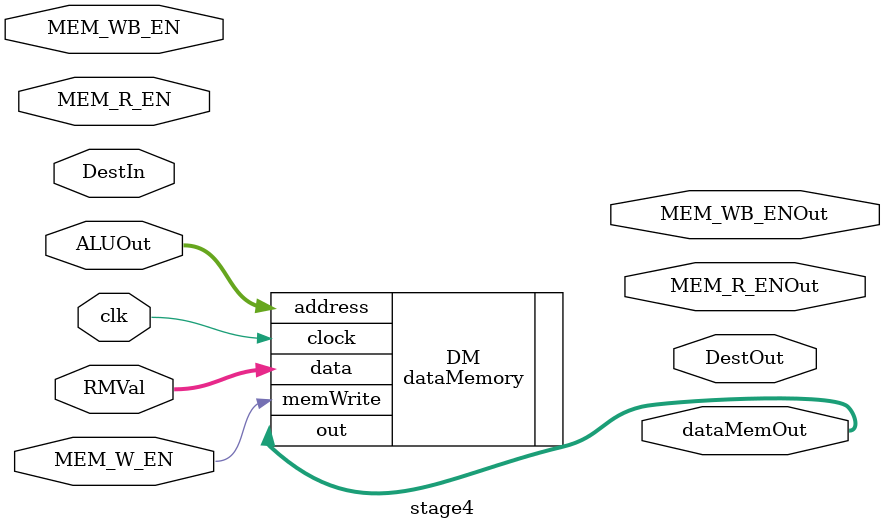
<source format=v>
module stage4(clk, MEM_WB_EN, MEM_R_EN, MEM_W_EN, ALUOut, RMVal, DestIn, dataMemOut, MEM_WB_ENOut, MEM_R_ENOut, DestOut);
	input clk, MEM_WB_EN, MEM_R_EN, MEM_W_EN;
	input[31:0] ALUOut, RMVal;
	input[3:0] DestIn;
	output[31:0] dataMemOut;
	output MEM_WB_ENOut, MEM_R_ENOut;
	output[3:0] DestOut;
	
	dataMemory DM(
		.clock(clk), 
		.memWrite(MEM_W_EN), 
		.address(ALUOut), 
		.data(RMVal), 
		.out(dataMemOut)
	);

endmodule
</source>
